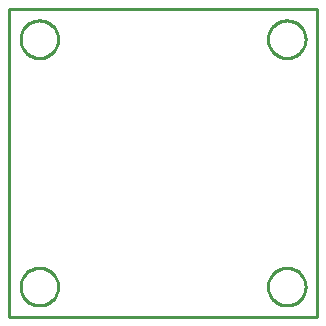
<source format=gko>
G04 EAGLE Gerber RS-274X export*
G75*
%MOMM*%
%FSLAX34Y34*%
%LPD*%
%INBoard Outline*%
%IPPOS*%
%AMOC8*
5,1,8,0,0,1.08239X$1,22.5*%
G01*
%ADD10C,0.254000*%


D10*
X0Y0D02*
X260350Y0D01*
X260350Y260350D01*
X0Y260350D01*
X0Y0D01*
X41275Y24880D02*
X41207Y23843D01*
X41071Y22813D01*
X40869Y21793D01*
X40600Y20789D01*
X40265Y19805D01*
X39868Y18845D01*
X39408Y17913D01*
X38888Y17012D01*
X38311Y16148D01*
X37678Y15324D01*
X36993Y14542D01*
X36258Y13807D01*
X35476Y13122D01*
X34652Y12489D01*
X33788Y11912D01*
X32887Y11392D01*
X31955Y10932D01*
X30995Y10535D01*
X30011Y10200D01*
X29007Y9931D01*
X27987Y9729D01*
X26957Y9593D01*
X25920Y9525D01*
X24880Y9525D01*
X23843Y9593D01*
X22813Y9729D01*
X21793Y9931D01*
X20789Y10200D01*
X19805Y10535D01*
X18845Y10932D01*
X17913Y11392D01*
X17012Y11912D01*
X16148Y12489D01*
X15324Y13122D01*
X14542Y13807D01*
X13807Y14542D01*
X13122Y15324D01*
X12489Y16148D01*
X11912Y17012D01*
X11392Y17913D01*
X10932Y18845D01*
X10535Y19805D01*
X10200Y20789D01*
X9931Y21793D01*
X9729Y22813D01*
X9593Y23843D01*
X9525Y24880D01*
X9525Y25920D01*
X9593Y26957D01*
X9729Y27987D01*
X9931Y29007D01*
X10200Y30011D01*
X10535Y30995D01*
X10932Y31955D01*
X11392Y32887D01*
X11912Y33788D01*
X12489Y34652D01*
X13122Y35476D01*
X13807Y36258D01*
X14542Y36993D01*
X15324Y37678D01*
X16148Y38311D01*
X17012Y38888D01*
X17913Y39408D01*
X18845Y39868D01*
X19805Y40265D01*
X20789Y40600D01*
X21793Y40869D01*
X22813Y41071D01*
X23843Y41207D01*
X24880Y41275D01*
X25920Y41275D01*
X26957Y41207D01*
X27987Y41071D01*
X29007Y40869D01*
X30011Y40600D01*
X30995Y40265D01*
X31955Y39868D01*
X32887Y39408D01*
X33788Y38888D01*
X34652Y38311D01*
X35476Y37678D01*
X36258Y36993D01*
X36993Y36258D01*
X37678Y35476D01*
X38311Y34652D01*
X38888Y33788D01*
X39408Y32887D01*
X39868Y31955D01*
X40265Y30995D01*
X40600Y30011D01*
X40869Y29007D01*
X41071Y27987D01*
X41207Y26957D01*
X41275Y25920D01*
X41275Y24880D01*
X41275Y234430D02*
X41207Y233393D01*
X41071Y232363D01*
X40869Y231343D01*
X40600Y230339D01*
X40265Y229355D01*
X39868Y228395D01*
X39408Y227463D01*
X38888Y226562D01*
X38311Y225698D01*
X37678Y224874D01*
X36993Y224092D01*
X36258Y223357D01*
X35476Y222672D01*
X34652Y222039D01*
X33788Y221462D01*
X32887Y220942D01*
X31955Y220482D01*
X30995Y220085D01*
X30011Y219750D01*
X29007Y219481D01*
X27987Y219279D01*
X26957Y219143D01*
X25920Y219075D01*
X24880Y219075D01*
X23843Y219143D01*
X22813Y219279D01*
X21793Y219481D01*
X20789Y219750D01*
X19805Y220085D01*
X18845Y220482D01*
X17913Y220942D01*
X17012Y221462D01*
X16148Y222039D01*
X15324Y222672D01*
X14542Y223357D01*
X13807Y224092D01*
X13122Y224874D01*
X12489Y225698D01*
X11912Y226562D01*
X11392Y227463D01*
X10932Y228395D01*
X10535Y229355D01*
X10200Y230339D01*
X9931Y231343D01*
X9729Y232363D01*
X9593Y233393D01*
X9525Y234430D01*
X9525Y235470D01*
X9593Y236507D01*
X9729Y237537D01*
X9931Y238557D01*
X10200Y239561D01*
X10535Y240545D01*
X10932Y241505D01*
X11392Y242437D01*
X11912Y243338D01*
X12489Y244202D01*
X13122Y245026D01*
X13807Y245808D01*
X14542Y246543D01*
X15324Y247228D01*
X16148Y247861D01*
X17012Y248438D01*
X17913Y248958D01*
X18845Y249418D01*
X19805Y249815D01*
X20789Y250150D01*
X21793Y250419D01*
X22813Y250621D01*
X23843Y250757D01*
X24880Y250825D01*
X25920Y250825D01*
X26957Y250757D01*
X27987Y250621D01*
X29007Y250419D01*
X30011Y250150D01*
X30995Y249815D01*
X31955Y249418D01*
X32887Y248958D01*
X33788Y248438D01*
X34652Y247861D01*
X35476Y247228D01*
X36258Y246543D01*
X36993Y245808D01*
X37678Y245026D01*
X38311Y244202D01*
X38888Y243338D01*
X39408Y242437D01*
X39868Y241505D01*
X40265Y240545D01*
X40600Y239561D01*
X40869Y238557D01*
X41071Y237537D01*
X41207Y236507D01*
X41275Y235470D01*
X41275Y234430D01*
X250825Y234430D02*
X250757Y233393D01*
X250621Y232363D01*
X250419Y231343D01*
X250150Y230339D01*
X249815Y229355D01*
X249418Y228395D01*
X248958Y227463D01*
X248438Y226562D01*
X247861Y225698D01*
X247228Y224874D01*
X246543Y224092D01*
X245808Y223357D01*
X245026Y222672D01*
X244202Y222039D01*
X243338Y221462D01*
X242437Y220942D01*
X241505Y220482D01*
X240545Y220085D01*
X239561Y219750D01*
X238557Y219481D01*
X237537Y219279D01*
X236507Y219143D01*
X235470Y219075D01*
X234430Y219075D01*
X233393Y219143D01*
X232363Y219279D01*
X231343Y219481D01*
X230339Y219750D01*
X229355Y220085D01*
X228395Y220482D01*
X227463Y220942D01*
X226562Y221462D01*
X225698Y222039D01*
X224874Y222672D01*
X224092Y223357D01*
X223357Y224092D01*
X222672Y224874D01*
X222039Y225698D01*
X221462Y226562D01*
X220942Y227463D01*
X220482Y228395D01*
X220085Y229355D01*
X219750Y230339D01*
X219481Y231343D01*
X219279Y232363D01*
X219143Y233393D01*
X219075Y234430D01*
X219075Y235470D01*
X219143Y236507D01*
X219279Y237537D01*
X219481Y238557D01*
X219750Y239561D01*
X220085Y240545D01*
X220482Y241505D01*
X220942Y242437D01*
X221462Y243338D01*
X222039Y244202D01*
X222672Y245026D01*
X223357Y245808D01*
X224092Y246543D01*
X224874Y247228D01*
X225698Y247861D01*
X226562Y248438D01*
X227463Y248958D01*
X228395Y249418D01*
X229355Y249815D01*
X230339Y250150D01*
X231343Y250419D01*
X232363Y250621D01*
X233393Y250757D01*
X234430Y250825D01*
X235470Y250825D01*
X236507Y250757D01*
X237537Y250621D01*
X238557Y250419D01*
X239561Y250150D01*
X240545Y249815D01*
X241505Y249418D01*
X242437Y248958D01*
X243338Y248438D01*
X244202Y247861D01*
X245026Y247228D01*
X245808Y246543D01*
X246543Y245808D01*
X247228Y245026D01*
X247861Y244202D01*
X248438Y243338D01*
X248958Y242437D01*
X249418Y241505D01*
X249815Y240545D01*
X250150Y239561D01*
X250419Y238557D01*
X250621Y237537D01*
X250757Y236507D01*
X250825Y235470D01*
X250825Y234430D01*
X250825Y24880D02*
X250757Y23843D01*
X250621Y22813D01*
X250419Y21793D01*
X250150Y20789D01*
X249815Y19805D01*
X249418Y18845D01*
X248958Y17913D01*
X248438Y17012D01*
X247861Y16148D01*
X247228Y15324D01*
X246543Y14542D01*
X245808Y13807D01*
X245026Y13122D01*
X244202Y12489D01*
X243338Y11912D01*
X242437Y11392D01*
X241505Y10932D01*
X240545Y10535D01*
X239561Y10200D01*
X238557Y9931D01*
X237537Y9729D01*
X236507Y9593D01*
X235470Y9525D01*
X234430Y9525D01*
X233393Y9593D01*
X232363Y9729D01*
X231343Y9931D01*
X230339Y10200D01*
X229355Y10535D01*
X228395Y10932D01*
X227463Y11392D01*
X226562Y11912D01*
X225698Y12489D01*
X224874Y13122D01*
X224092Y13807D01*
X223357Y14542D01*
X222672Y15324D01*
X222039Y16148D01*
X221462Y17012D01*
X220942Y17913D01*
X220482Y18845D01*
X220085Y19805D01*
X219750Y20789D01*
X219481Y21793D01*
X219279Y22813D01*
X219143Y23843D01*
X219075Y24880D01*
X219075Y25920D01*
X219143Y26957D01*
X219279Y27987D01*
X219481Y29007D01*
X219750Y30011D01*
X220085Y30995D01*
X220482Y31955D01*
X220942Y32887D01*
X221462Y33788D01*
X222039Y34652D01*
X222672Y35476D01*
X223357Y36258D01*
X224092Y36993D01*
X224874Y37678D01*
X225698Y38311D01*
X226562Y38888D01*
X227463Y39408D01*
X228395Y39868D01*
X229355Y40265D01*
X230339Y40600D01*
X231343Y40869D01*
X232363Y41071D01*
X233393Y41207D01*
X234430Y41275D01*
X235470Y41275D01*
X236507Y41207D01*
X237537Y41071D01*
X238557Y40869D01*
X239561Y40600D01*
X240545Y40265D01*
X241505Y39868D01*
X242437Y39408D01*
X243338Y38888D01*
X244202Y38311D01*
X245026Y37678D01*
X245808Y36993D01*
X246543Y36258D01*
X247228Y35476D01*
X247861Y34652D01*
X248438Y33788D01*
X248958Y32887D01*
X249418Y31955D01*
X249815Y30995D01*
X250150Y30011D01*
X250419Y29007D01*
X250621Y27987D01*
X250757Y26957D01*
X250825Y25920D01*
X250825Y24880D01*
M02*

</source>
